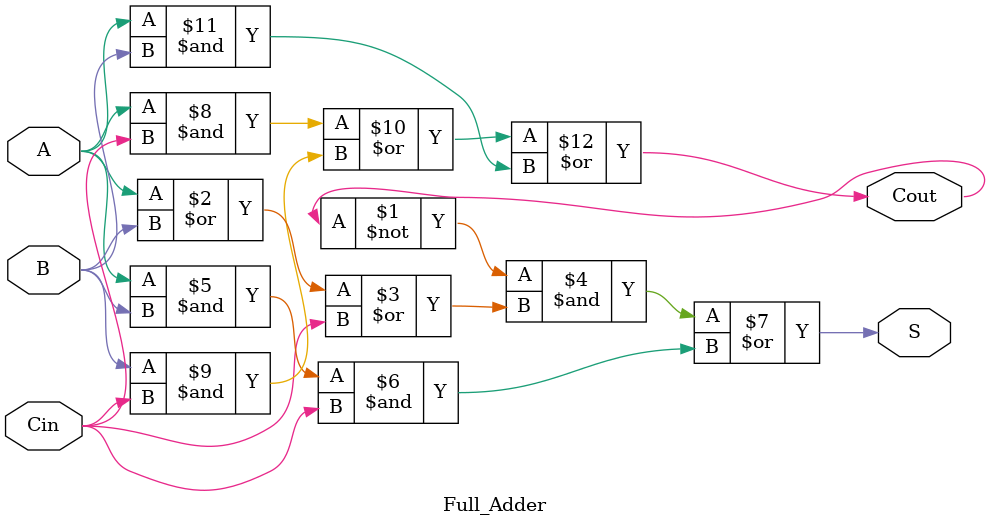
<source format=sv>
`timescale 1ns / 1ps


module Full_Adder(
	input A,
	input B,
	input  Cin,
	output S,
	output  Cout
	);

	assign S = ~Cout & (A | B | Cin) | (A & B & Cin);
	assign Cout = (A & Cin) | (B & Cin) | (A & B);
	
endmodule


</source>
